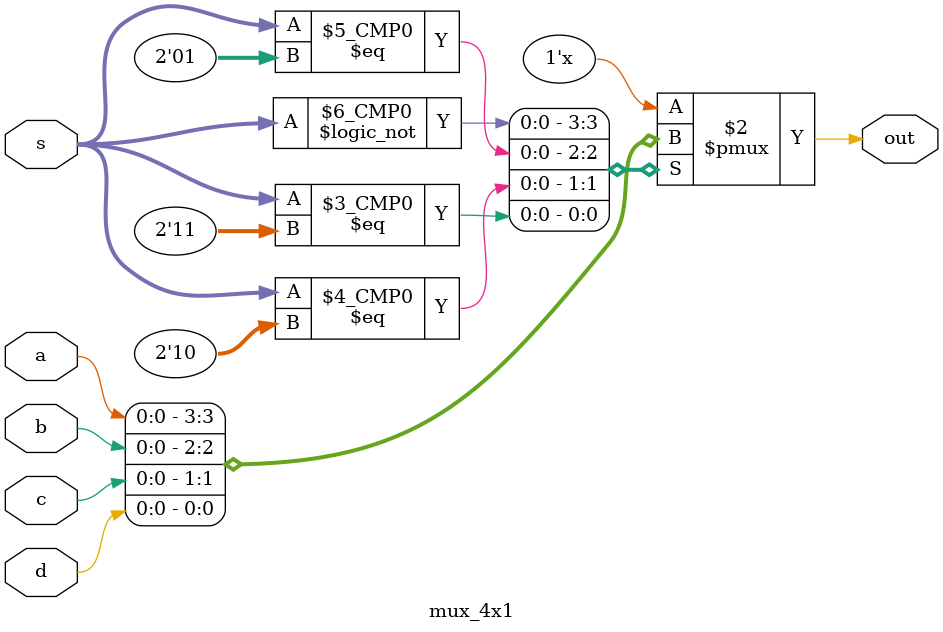
<source format=v>
`timescale 1ns / 1ps


module mux_4x1(a, b,c, d, s, out);
     input a, b, c, d;
     input [1:0] s;
     output out;
     reg out;
     
     always @(*)
       begin
           case(s)
              2'b00: out = a;
              2'b01: out = b;
              2'b10: out = c;
              2'b11: out = d;
           endcase
       end             
endmodule

</source>
